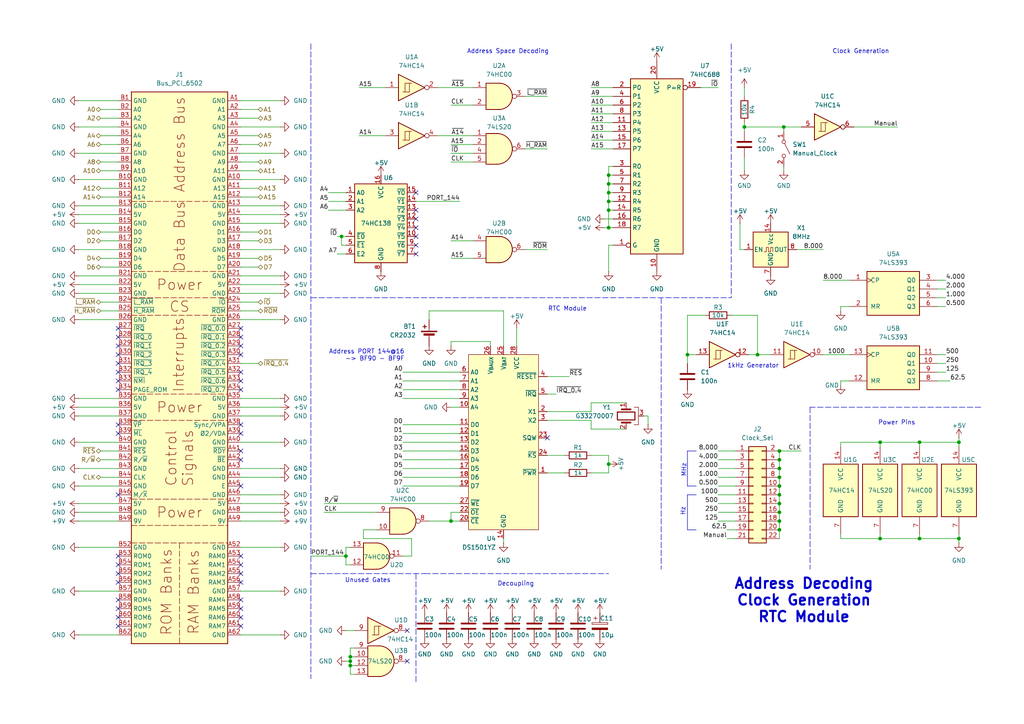
<source format=kicad_sch>
(kicad_sch (version 20231120) (generator "eeschema") (generator_version "8.0")
  (paper "A4")
  (title_block (title "S65xx Computer System") (date "2024-06-30") (rev "1.0") (company "Synthron"))
  (junction (at 278.13 156.21))
  (junction (at 226.06 146.05))
  (junction (at 226.06 153.67))
  (junction (at 266.7 128.27))
  (junction (at 226.06 135.89))
  (junction (at 199.39 102.87))
  (junction (at 176.53 58.42))
  (junction (at 226.06 140.97))
  (junction (at 226.06 133.35))
  (junction (at 176.53 53.34))
  (junction (at 130.81 151.13))
  (junction (at 176.53 66.04))
  (junction (at 176.53 60.96))
  (junction (at 101.6 191.77))
  (junction (at 226.06 151.13))
  (junction (at 226.06 148.59))
  (junction (at 226.06 143.51))
  (junction (at 255.27 156.21))
  (junction (at 219.71 102.87))
  (junction (at 176.53 55.88))
  (junction (at 99.06 68.58))
  (junction (at 226.06 138.43))
  (junction (at 215.9 36.83))
  (junction (at 176.53 50.8))
  (junction (at 278.13 128.27))
  (junction (at 226.06 130.81))
  (junction (at 255.27 128.27))
  (junction (at 227.33 36.83))
  (junction (at 101.6 193.04))
  (junction (at 266.7 156.21))
  (junction (at 101.6 190.5))
  (junction (at 100.33 161.29))
  (junction (at 176.53 134.62))
  (no_connect (at 34.29 102.87))
  (no_connect (at 69.85 123.19))
  (no_connect (at 34.29 173.99))
  (no_connect (at 34.29 105.41))
  (no_connect (at 69.85 173.99))
  (no_connect (at 34.29 181.61))
  (no_connect (at 69.85 110.49))
  (no_connect (at 69.85 179.07))
  (no_connect (at 34.29 166.37))
  (no_connect (at 34.29 161.29))
  (no_connect (at 34.29 163.83))
  (no_connect (at 69.85 168.91))
  (no_connect (at 69.85 130.81))
  (no_connect (at 69.85 95.25))
  (no_connect (at 34.29 100.33))
  (no_connect (at 34.29 110.49))
  (no_connect (at 34.29 143.51))
  (no_connect (at 34.29 113.03))
  (no_connect (at 69.85 102.87))
  (no_connect (at 69.85 107.95))
  (no_connect (at 120.65 63.5))
  (no_connect (at 34.29 179.07))
  (no_connect (at 120.65 73.66))
  (no_connect (at 34.29 125.73))
  (no_connect (at 34.29 95.25))
  (no_connect (at 34.29 168.91))
  (no_connect (at 69.85 125.73))
  (no_connect (at 69.85 140.97))
  (no_connect (at 69.85 97.79))
  (no_connect (at 69.85 163.83))
  (no_connect (at 69.85 166.37))
  (no_connect (at 120.65 68.58))
  (no_connect (at 69.85 176.53))
  (no_connect (at 69.85 133.35))
  (no_connect (at 69.85 161.29))
  (no_connect (at 69.85 100.33))
  (no_connect (at 69.85 181.61))
  (no_connect (at 34.29 107.95))
  (no_connect (at 118.11 191.77))
  (no_connect (at 69.85 113.03))
  (no_connect (at 120.65 55.88))
  (no_connect (at 120.65 71.12))
  (no_connect (at 34.29 176.53))
  (no_connect (at 158.75 127))
  (no_connect (at 34.29 97.79))
  (no_connect (at 34.29 123.19))
  (no_connect (at 118.11 182.88))
  (no_connect (at 120.65 66.04))
  (no_connect (at 120.65 60.96))
  (polyline (pts (xy 120.65 166.37) (xy 120.65 198.12)) (stroke (width 0) (type dash)))
  (wire (pts (xy 74.93 31.75) (xy 69.85 31.75)))
  (wire (pts (xy 81.28 29.21) (xy 69.85 29.21)))
  (wire (pts (xy 177.8 63.5) (xy 175.26 63.5)))
  (wire (pts (xy 81.28 138.43) (xy 69.85 138.43)))
  (wire (pts (xy 210.82 153.67) (xy 213.36 153.67)))
  (wire (pts (xy 81.28 52.07) (xy 69.85 52.07)))
  (wire (pts (xy 208.28 148.59) (xy 213.36 148.59)))
  (wire (pts (xy 171.45 35.56) (xy 177.8 35.56)))
  (wire (pts (xy 22.86 140.97) (xy 34.29 140.97)))
  (wire (pts (xy 81.28 148.59) (xy 69.85 148.59)))
  (wire (pts (xy 105.41 153.67) (xy 109.22 153.67)))
  (wire (pts (xy 105.41 156.21) (xy 105.41 153.67)))
  (wire (pts (xy 81.28 82.55) (xy 69.85 82.55)))
  (wire (pts (xy 204.47 91.44) (xy 199.39 91.44)))
  (wire (pts (xy 74.93 34.29) (xy 69.85 34.29)))
  (wire (pts (xy 171.45 27.94) (xy 177.8 27.94)))
  (wire (pts (xy 266.7 154.94) (xy 266.7 156.21)))
  (wire (pts (xy 29.21 34.29) (xy 34.29 34.29)))
  (polyline (pts (xy 212.09 12.7) (xy 212.09 86.36)) (stroke (width 0) (type dash)))
  (wire (pts (xy 130.81 148.59) (xy 130.81 151.13)))
  (polyline (pts (xy 234.95 118.11) (xy 234.95 165.1)) (stroke (width 0) (type dash)))
  (wire (pts (xy 81.28 92.71) (xy 69.85 92.71)))
  (wire (pts (xy 99.06 71.12) (xy 99.06 68.58)))
  (wire (pts (xy 226.06 133.35) (xy 226.06 135.89)))
  (wire (pts (xy 163.83 132.08) (xy 158.75 132.08)))
  (wire (pts (xy 199.39 102.87) (xy 199.39 105.41)))
  (wire (pts (xy 208.28 143.51) (xy 213.36 143.51)))
  (wire (pts (xy 29.21 41.91) (xy 34.29 41.91)))
  (wire (pts (xy 163.83 137.16) (xy 158.75 137.16)))
  (polyline (pts (xy 90.17 12.7) (xy 90.17 196.85)) (stroke (width 0) (type dash)))
  (wire (pts (xy 29.21 31.75) (xy 34.29 31.75)))
  (wire (pts (xy 101.6 191.77) (xy 101.6 193.04)))
  (wire (pts (xy 243.84 88.9) (xy 246.38 88.9)))
  (polyline (pts (xy 201.93 143.51) (xy 199.39 143.51)))
  (wire (pts (xy 116.84 128.27) (xy 133.35 128.27)))
  (wire (pts (xy 74.93 39.37) (xy 69.85 39.37)))
  (wire (pts (xy 102.87 182.88) (xy 100.33 182.88)))
  (wire (pts (xy 93.98 146.05) (xy 133.35 146.05)))
  (wire (pts (xy 81.28 143.51) (xy 69.85 143.51)))
  (wire (pts (xy 208.28 130.81) (xy 213.36 130.81)))
  (wire (pts (xy 130.81 74.93) (xy 137.16 74.93)))
  (wire (pts (xy 100.33 163.83) (xy 100.33 161.29)))
  (wire (pts (xy 215.9 49.53) (xy 215.9 45.72)))
  (wire (pts (xy 238.76 102.87) (xy 246.38 102.87)))
  (wire (pts (xy 29.21 138.43) (xy 34.29 138.43)))
  (wire (pts (xy 255.27 128.27) (xy 243.84 128.27)))
  (wire (pts (xy 177.8 55.88) (xy 176.53 55.88)))
  (wire (pts (xy 165.1 109.22) (xy 158.75 109.22)))
  (wire (pts (xy 215.9 36.83) (xy 227.33 36.83)))
  (wire (pts (xy 101.6 193.04) (xy 101.6 195.58)))
  (wire (pts (xy 104.14 39.37) (xy 111.76 39.37)))
  (wire (pts (xy 278.13 154.94) (xy 278.13 156.21)))
  (wire (pts (xy 243.84 156.21) (xy 255.27 156.21)))
  (wire (pts (xy 243.84 90.17) (xy 243.84 88.9)))
  (wire (pts (xy 81.28 184.15) (xy 69.85 184.15)))
  (wire (pts (xy 74.93 57.15) (xy 69.85 57.15)))
  (wire (pts (xy 146.05 90.17) (xy 146.05 100.33)))
  (wire (pts (xy 81.28 171.45) (xy 69.85 171.45)))
  (wire (pts (xy 130.81 69.85) (xy 137.16 69.85)))
  (wire (pts (xy 208.28 146.05) (xy 213.36 146.05)))
  (wire (pts (xy 81.28 62.23) (xy 69.85 62.23)))
  (wire (pts (xy 176.53 53.34) (xy 176.53 55.88)))
  (wire (pts (xy 208.28 140.97) (xy 213.36 140.97)))
  (wire (pts (xy 133.35 151.13) (xy 130.81 151.13)))
  (wire (pts (xy 226.06 153.67) (xy 226.06 156.21)))
  (wire (pts (xy 74.93 67.31) (xy 69.85 67.31)))
  (polyline (pts (xy 90.17 86.36) (xy 212.09 86.36)) (stroke (width 0) (type dash)))
  (wire (pts (xy 274.32 88.9) (xy 271.78 88.9)))
  (wire (pts (xy 124.46 92.71) (xy 124.46 90.17)))
  (wire (pts (xy 81.28 80.01) (xy 69.85 80.01)))
  (wire (pts (xy 133.35 118.11) (xy 130.81 118.11)))
  (polyline (pts (xy 199.39 143.51) (xy 199.39 153.67)))
  (wire (pts (xy 100.33 158.75) (xy 101.6 158.75)))
  (wire (pts (xy 74.93 69.85) (xy 69.85 69.85)))
  (wire (pts (xy 137.16 46.99) (xy 130.81 46.99)))
  (wire (pts (xy 102.87 193.04) (xy 101.6 193.04)))
  (wire (pts (xy 171.45 40.64) (xy 177.8 40.64)))
  (wire (pts (xy 74.93 77.47) (xy 69.85 77.47)))
  (wire (pts (xy 177.8 53.34) (xy 176.53 53.34)))
  (wire (pts (xy 243.84 128.27) (xy 243.84 129.54)))
  (wire (pts (xy 22.86 120.65) (xy 34.29 120.65)))
  (wire (pts (xy 22.86 80.01) (xy 34.29 80.01)))
  (wire (pts (xy 274.32 81.28) (xy 271.78 81.28)))
  (wire (pts (xy 74.93 105.41) (xy 69.85 105.41)))
  (wire (pts (xy 29.21 49.53) (xy 34.29 49.53)))
  (wire (pts (xy 146.05 156.21) (xy 146.05 157.48)))
  (polyline (pts (xy 284.48 118.11) (xy 234.95 118.11)) (stroke (width 0) (type dash)))
  (wire (pts (xy 104.14 25.4) (xy 111.76 25.4)))
  (wire (pts (xy 215.9 36.83) (xy 215.9 38.1)))
  (wire (pts (xy 116.84 123.19) (xy 133.35 123.19)))
  (wire (pts (xy 74.93 41.91) (xy 69.85 41.91)))
  (wire (pts (xy 81.28 115.57) (xy 69.85 115.57)))
  (wire (pts (xy 29.21 54.61) (xy 34.29 54.61)))
  (wire (pts (xy 137.16 41.91) (xy 130.81 41.91)))
  (wire (pts (xy 29.21 77.47) (xy 34.29 77.47)))
  (wire (pts (xy 101.6 195.58) (xy 102.87 195.58)))
  (wire (pts (xy 29.21 130.81) (xy 34.29 130.81)))
  (wire (pts (xy 226.06 148.59) (xy 226.06 151.13)))
  (wire (pts (xy 176.53 55.88) (xy 176.53 58.42)))
  (wire (pts (xy 226.06 143.51) (xy 226.06 146.05)))
  (wire (pts (xy 95.25 60.96) (xy 100.33 60.96)))
  (wire (pts (xy 81.28 135.89) (xy 69.85 135.89)))
  (wire (pts (xy 227.33 48.26) (xy 227.33 49.53)))
  (wire (pts (xy 226.06 130.81) (xy 232.41 130.81)))
  (wire (pts (xy 133.35 58.42) (xy 120.65 58.42)))
  (wire (pts (xy 101.6 163.83) (xy 100.33 163.83)))
  (wire (pts (xy 231.14 72.39) (xy 238.76 72.39)))
  (wire (pts (xy 116.84 110.49) (xy 133.35 110.49)))
  (wire (pts (xy 116.84 138.43) (xy 133.35 138.43)))
  (wire (pts (xy 215.9 25.4) (xy 215.9 27.94)))
  (wire (pts (xy 22.86 184.15) (xy 34.29 184.15)))
  (wire (pts (xy 81.28 151.13) (xy 69.85 151.13)))
  (wire (pts (xy 22.86 115.57) (xy 34.29 115.57)))
  (wire (pts (xy 130.81 99.06) (xy 142.24 99.06)))
  (wire (pts (xy 278.13 128.27) (xy 266.7 128.27)))
  (wire (pts (xy 217.17 102.87) (xy 219.71 102.87)))
  (wire (pts (xy 74.93 54.61) (xy 69.85 54.61)))
  (wire (pts (xy 81.28 146.05) (xy 69.85 146.05)))
  (wire (pts (xy 243.84 154.94) (xy 243.84 156.21)))
  (wire (pts (xy 266.7 156.21) (xy 278.13 156.21)))
  (wire (pts (xy 130.81 30.48) (xy 137.16 30.48)))
  (wire (pts (xy 210.82 156.21) (xy 213.36 156.21)))
  (wire (pts (xy 171.45 116.84) (xy 181.61 116.84)))
  (wire (pts (xy 116.84 130.81) (xy 133.35 130.81)))
  (wire (pts (xy 81.28 64.77) (xy 69.85 64.77)))
  (wire (pts (xy 116.84 140.97) (xy 133.35 140.97)))
  (wire (pts (xy 22.86 171.45) (xy 34.29 171.45)))
  (wire (pts (xy 100.33 161.29) (xy 100.33 158.75)))
  (wire (pts (xy 199.39 91.44) (xy 199.39 102.87)))
  (wire (pts (xy 219.71 102.87) (xy 223.52 102.87)))
  (wire (pts (xy 22.86 36.83) (xy 34.29 36.83)))
  (wire (pts (xy 212.09 91.44) (xy 219.71 91.44)))
  (wire (pts (xy 275.59 110.49) (xy 271.78 110.49)))
  (wire (pts (xy 100.33 71.12) (xy 99.06 71.12)))
  (wire (pts (xy 22.86 158.75) (xy 34.29 158.75)))
  (wire (pts (xy 176.53 78.74) (xy 176.53 71.12)))
  (wire (pts (xy 116.84 113.03) (xy 133.35 113.03)))
  (wire (pts (xy 255.27 128.27) (xy 255.27 129.54)))
  (wire (pts (xy 81.28 120.65) (xy 69.85 120.65)))
  (wire (pts (xy 116.84 135.89) (xy 133.35 135.89)))
  (wire (pts (xy 246.38 81.28) (xy 238.76 81.28)))
  (wire (pts (xy 243.84 110.49) (xy 246.38 110.49)))
  (wire (pts (xy 176.53 134.62) (xy 176.53 132.08)))
  (wire (pts (xy 74.93 49.53) (xy 69.85 49.53)))
  (wire (pts (xy 278.13 127) (xy 278.13 128.27)))
  (wire (pts (xy 158.75 119.38) (xy 171.45 119.38)))
  (wire (pts (xy 130.81 151.13) (xy 124.46 151.13)))
  (wire (pts (xy 247.65 36.83) (xy 260.35 36.83)))
  (wire (pts (xy 171.45 124.46) (xy 181.61 124.46)))
  (wire (pts (xy 274.32 105.41) (xy 271.78 105.41)))
  (wire (pts (xy 22.86 135.89) (xy 34.29 135.89)))
  (wire (pts (xy 266.7 128.27) (xy 266.7 129.54)))
  (wire (pts (xy 215.9 35.56) (xy 215.9 36.83)))
  (wire (pts (xy 274.32 86.36) (xy 271.78 86.36)))
  (wire (pts (xy 133.35 148.59) (xy 130.81 148.59)))
  (wire (pts (xy 124.46 90.17) (xy 146.05 90.17)))
  (wire (pts (xy 22.86 146.05) (xy 34.29 146.05)))
  (wire (pts (xy 22.86 151.13) (xy 34.29 151.13)))
  (wire (pts (xy 22.86 82.55) (xy 34.29 82.55)))
  (wire (pts (xy 81.28 128.27) (xy 69.85 128.27)))
  (wire (pts (xy 161.29 114.3) (xy 158.75 114.3)))
  (wire (pts (xy 152.4 27.94) (xy 158.75 27.94)))
  (wire (pts (xy 177.8 66.04) (xy 176.53 66.04)))
  (polyline (pts (xy 90.17 166.37) (xy 123.19 166.37)) (stroke (width 0) (type dash)))
  (wire (pts (xy 226.06 151.13) (xy 226.06 153.67)))
  (wire (pts (xy 177.8 60.96) (xy 176.53 60.96)))
  (wire (pts (xy 176.53 132.08) (xy 171.45 132.08)))
  (wire (pts (xy 22.86 85.09) (xy 34.29 85.09)))
  (wire (pts (xy 22.86 72.39) (xy 34.29 72.39)))
  (wire (pts (xy 226.06 138.43) (xy 226.06 140.97)))
  (wire (pts (xy 95.25 55.88) (xy 100.33 55.88)))
  (wire (pts (xy 274.32 107.95) (xy 271.78 107.95)))
  (polyline (pts (xy 191.77 86.36) (xy 191.77 165.1)) (stroke (width 0) (type dash)))
  (wire (pts (xy 101.6 191.77) (xy 100.33 191.77)))
  (wire (pts (xy 116.84 125.73) (xy 133.35 125.73)))
  (wire (pts (xy 101.6 190.5) (xy 101.6 191.77)))
  (wire (pts (xy 29.21 87.63) (xy 34.29 87.63)))
  (wire (pts (xy 102.87 190.5) (xy 101.6 190.5)))
  (wire (pts (xy 22.86 62.23) (xy 34.29 62.23)))
  (wire (pts (xy 176.53 58.42) (xy 176.53 60.96)))
  (wire (pts (xy 171.45 25.4) (xy 177.8 25.4)))
  (wire (pts (xy 214.63 64.77) (xy 214.63 72.39)))
  (wire (pts (xy 158.75 43.18) (xy 152.4 43.18)))
  (wire (pts (xy 274.32 83.82) (xy 271.78 83.82)))
  (wire (pts (xy 22.86 148.59) (xy 34.29 148.59)))
  (wire (pts (xy 22.86 128.27) (xy 34.29 128.27)))
  (wire (pts (xy 81.28 158.75) (xy 69.85 158.75)))
  (wire (pts (xy 102.87 187.96) (xy 101.6 187.96)))
  (wire (pts (xy 171.45 119.38) (xy 171.45 116.84)))
  (wire (pts (xy 274.32 102.87) (xy 271.78 102.87)))
  (wire (pts (xy 149.86 95.25) (xy 149.86 100.33)))
  (wire (pts (xy 29.21 57.15) (xy 34.29 57.15)))
  (wire (pts (xy 171.45 33.02) (xy 177.8 33.02)))
  (wire (pts (xy 22.86 92.71) (xy 34.29 92.71)))
  (wire (pts (xy 74.93 87.63) (xy 69.85 87.63)))
  (wire (pts (xy 243.84 111.76) (xy 243.84 110.49)))
  (wire (pts (xy 171.45 43.18) (xy 177.8 43.18)))
  (wire (pts (xy 226.06 130.81) (xy 226.06 133.35)))
  (wire (pts (xy 22.86 59.69) (xy 34.29 59.69)))
  (wire (pts (xy 74.93 74.93) (xy 69.85 74.93)))
  (wire (pts (xy 137.16 39.37) (xy 127 39.37)))
  (wire (pts (xy 227.33 36.83) (xy 227.33 38.1)))
  (wire (pts (xy 142.24 99.06) (xy 142.24 100.33)))
  (wire (pts (xy 176.53 60.96) (xy 176.53 66.04)))
  (wire (pts (xy 266.7 128.27) (xy 255.27 128.27)))
  (wire (pts (xy 116.84 115.57) (xy 133.35 115.57)))
  (polyline (pts (xy 201.93 140.97) (xy 199.39 140.97)))
  (wire (pts (xy 99.06 68.58) (xy 97.79 68.58)))
  (wire (pts (xy 177.8 58.42) (xy 176.53 58.42)))
  (wire (pts (xy 74.93 46.99) (xy 69.85 46.99)))
  (wire (pts (xy 116.84 161.29) (xy 119.38 161.29)))
  (wire (pts (xy 278.13 128.27) (xy 278.13 129.54)))
  (wire (pts (xy 208.28 151.13) (xy 213.36 151.13)))
  (wire (pts (xy 22.86 118.11) (xy 34.29 118.11)))
  (wire (pts (xy 95.25 58.42) (xy 100.33 58.42)))
  (wire (pts (xy 208.28 133.35) (xy 213.36 133.35)))
  (wire (pts (xy 208.28 135.89) (xy 213.36 135.89)))
  (wire (pts (xy 177.8 50.8) (xy 176.53 50.8)))
  (wire (pts (xy 100.33 73.66) (xy 97.79 73.66)))
  (wire (pts (xy 29.21 90.17) (xy 34.29 90.17)))
  (wire (pts (xy 29.21 69.85) (xy 34.29 69.85)))
  (wire (pts (xy 214.63 72.39) (xy 215.9 72.39)))
  (wire (pts (xy 119.38 156.21) (xy 105.41 156.21)))
  (wire (pts (xy 176.53 48.26) (xy 176.53 50.8)))
  (wire (pts (xy 208.28 25.4) (xy 203.2 25.4)))
  (polyline (pts (xy 199.39 153.67) (xy 201.93 153.67)))
  (wire (pts (xy 199.39 102.87) (xy 201.93 102.87)))
  (wire (pts (xy 116.84 133.35) (xy 133.35 133.35)))
  (wire (pts (xy 29.21 67.31) (xy 34.29 67.31)))
  (wire (pts (xy 90.17 161.29) (xy 100.33 161.29)))
  (wire (pts (xy 176.53 137.16) (xy 171.45 137.16)))
  (wire (pts (xy 22.86 64.77) (xy 34.29 64.77)))
  (wire (pts (xy 187.96 123.19) (xy 187.96 120.65)))
  (wire (pts (xy 93.98 148.59) (xy 109.22 148.59)))
  (wire (pts (xy 171.45 38.1) (xy 177.8 38.1)))
  (polyline (pts (xy 199.39 140.97) (xy 199.39 130.81)))
  (wire (pts (xy 130.81 100.33) (xy 130.81 99.06)))
  (polyline (pts (xy 199.39 130.81) (xy 201.93 130.81)))
  (wire (pts (xy 208.28 138.43) (xy 213.36 138.43)))
  (wire (pts (xy 152.4 72.39) (xy 158.75 72.39)))
  (wire (pts (xy 74.93 90.17) (xy 69.85 90.17)))
  (wire (pts (xy 158.75 121.92) (xy 171.45 121.92)))
  (wire (pts (xy 187.96 120.65) (xy 186.69 120.65)))
  (wire (pts (xy 227.33 36.83) (xy 232.41 36.83)))
  (wire (pts (xy 119.38 161.29) (xy 119.38 156.21)))
  (wire (pts (xy 176.53 134.62) (xy 176.53 137.16)))
  (wire (pts (xy 81.28 59.69) (xy 69.85 59.69)))
  (wire (pts (xy 176.53 71.12) (xy 177.8 71.12)))
  (wire (pts (xy 29.21 46.99) (xy 34.29 46.99)))
  (wire (pts (xy 100.33 68.58) (xy 99.06 68.58)))
  (wire (pts (xy 226.06 140.97) (xy 226.06 143.51)))
  (wire (pts (xy 29.21 74.93) (xy 34.29 74.93)))
  (wire (pts (xy 226.06 146.05) (xy 226.06 148.59)))
  (wire (pts (xy 177.8 48.26) (xy 176.53 48.26)))
  (wire (pts (xy 101.6 187.96) (xy 101.6 190.5)))
  (wire (pts (xy 29.21 39.37) (xy 34.29 39.37)))
  (wire (pts (xy 137.16 25.4) (xy 127 25.4)))
  (wire (pts (xy 22.86 44.45) (xy 34.29 44.45)))
  (polyline (pts (xy 123.19 166.37) (xy 176.53 166.37)) (stroke (width 0) (type dash)))
  (wire (pts (xy 226.06 135.89) (xy 226.06 138.43)))
  (wire (pts (xy 171.45 30.48) (xy 177.8 30.48)))
  (wire (pts (xy 176.53 50.8) (xy 176.53 53.34)))
  (wire (pts (xy 29.21 133.35) (xy 34.29 133.35)))
  (wire (pts (xy 22.86 29.21) (xy 34.29 29.21)))
  (wire (pts (xy 278.13 156.21) (xy 278.13 157.48)))
  (wire (pts (xy 137.16 44.45) (xy 130.81 44.45)))
  (wire (pts (xy 81.28 36.83) (xy 69.85 36.83)))
  (wire (pts (xy 255.27 154.94) (xy 255.27 156.21)))
  (wire (pts (xy 81.28 72.39) (xy 69.85 72.39)))
  (wire (pts (xy 81.28 118.11) (xy 69.85 118.11)))
  (wire (pts (xy 219.71 91.44) (xy 219.71 102.87)))
  (wire (pts (xy 176.53 66.04) (xy 175.26 66.04)))
  (wire (pts (xy 81.28 85.09) (xy 69.85 85.09)))
  (wire (pts (xy 116.84 107.95) (xy 133.35 107.95)))
  (wire (pts (xy 81.28 44.45) (xy 69.85 44.45)))
  (wire (pts (xy 22.86 52.07) (xy 34.29 52.07)))
  (wire (pts (xy 255.27 156.21) (xy 266.7 156.21)))
  (wire (pts (xy 171.45 121.92) (xy 171.45 124.46)))
  (text "Clock Generation" (at 249.682 14.986 0) (effects (font (size 1.27 1.27))))
  (text "1kHz Generator" (at 218.44 106.172 0) (effects (font (size 1.27 1.27))))
  (text "RTC Module" (at 164.592 89.662 0) (effects (font (size 1.27 1.27))))
  (text "Address Decoding\nClock Generation\nRTC Module" (at 233.172 174.244 0) (effects (font (size 3 3) (thickness 0.6) (bold yes))))
  (text "Power Pins" (at 260.096 122.682 0) (effects (font (size 1.27 1.27))))
  (text "Hz" (at 198.12 148.336 90) (effects (font (size 1.27 1.27))))
  (text "Address Space Decoding" (at 147.32 14.986 0) (effects (font (size 1.27 1.27))))
  (text "MHz" (at 198.374 136.398 90) (effects (font (size 1.27 1.27))))
  (text "Unused Gates" (at 106.68 168.402 0) (effects (font (size 1.27 1.27))))
  (text "Address PORT 144@16\n-> BF90 - BF9F" (at 117.348 103.124 0) (effects (font (size 1.27 1.27)) (justify right)))
  (text "Decoupling" (at 149.606 169.418 0) (effects (font (size 1.27 1.27))))
  (label "1000" (at 208.28 143.51 180))
  (label "~{ROM}" (at 158.75 72.39 180))
  (label "~{L_RAM}" (at 158.75 27.94 180))
  (label "2.000" (at 274.32 83.82 0))
  (label "8.000" (at 208.28 130.81 180))
  (label "CLK" (at 130.81 46.99 0))
  (label "Manual" (at 210.82 156.21 180))
  (label "2.000" (at 208.28 135.89 180))
  (label "1000" (at 245.11 102.87 180))
  (label "A15" (at 171.45 43.18 0))
  (label "A8" (at 171.45 25.4 0))
  (label "A2" (at 116.84 113.03 180))
  (label "CLK" (at 130.81 30.48 0))
  (label "125" (at 274.32 107.95 0))
  (label "~{IO}" (at 130.81 44.45 0))
  (label "A15" (at 130.81 74.93 0))
  (label "A5" (at 95.25 58.42 180))
  (label "A12" (at 171.45 35.56 0))
  (label "8.000" (at 238.76 81.28 0))
  (label "A13" (at 171.45 38.1 0))
  (label "D0" (at 116.84 123.19 180))
  (label "CLK" (at 93.98 148.59 0))
  (label "250" (at 208.28 148.59 180))
  (label "62.5" (at 210.82 153.67 180))
  (label "A15" (at 104.14 25.4 0))
  (label "500" (at 208.28 146.05 180))
  (label "Manual" (at 260.35 36.83 180))
  (label "~{RES}" (at 165.1 109.22 0))
  (label "A6" (at 95.25 60.96 180))
  (label "D4" (at 116.84 133.35 180))
  (label "A14" (at 130.81 69.85 0))
  (label "D2" (at 116.84 128.27 180))
  (label "8.000" (at 238.76 72.39 180))
  (label "PORT_144" (at 90.17 161.29 0))
  (label "PORT_144" (at 133.35 58.42 180))
  (label "A15" (at 130.81 41.91 0))
  (label "A3" (at 116.84 115.57 180))
  (label "0.500" (at 208.28 140.97 180))
  (label "R{slash}~{W}" (at 93.98 146.05 0))
  (label "A0" (at 116.84 107.95 180))
  (label "D1" (at 116.84 125.73 180))
  (label "~{IO}" (at 97.79 68.58 180))
  (label "~{H_RAM}" (at 158.75 43.18 180))
  (label "D3" (at 116.84 130.81 180))
  (label "CLK" (at 232.41 130.81 180))
  (label "125" (at 208.28 151.13 180))
  (label "4.000" (at 208.28 133.35 180))
  (label "~{IO}" (at 208.28 25.4 180))
  (label "A11" (at 171.45 33.02 0))
  (label "A9" (at 171.45 27.94 0))
  (label "250" (at 274.32 105.41 0))
  (label "A7" (at 97.79 73.66 180))
  (label "A14" (at 104.14 39.37 0))
  (label "A10" (at 171.45 30.48 0))
  (label "A4" (at 95.25 55.88 180))
  (label "~{A15}" (at 134.62 25.4 180))
  (label "D6" (at 116.84 138.43 180))
  (label "500" (at 274.32 102.87 0))
  (label "~{A14}" (at 134.62 39.37 180))
  (label "A1" (at 116.84 110.49 180))
  (label "A14" (at 171.45 40.64 0))
  (label "1.000" (at 274.32 86.36 0))
  (label "4.000" (at 274.32 81.28 0))
  (label "~{IRQ_0.4}" (at 161.29 114.3 0))
  (label "D7" (at 116.84 140.97 180))
  (label "0.500" (at 274.32 88.9 0))
  (label "62.5" (at 275.59 110.49 0))
  (label "D5" (at 116.84 135.89 180))
  (label "1.000" (at 208.28 138.43 180))
  (hierarchical_label "D7" (shape bidirectional) (at 74.93 77.47 0))
  (hierarchical_label "CLK" (shape bidirectional) (at 29.21 138.43 180))
  (hierarchical_label "A0" (shape bidirectional) (at 29.21 31.75 180))
  (hierarchical_label "A14" (shape bidirectional) (at 29.21 57.15 180))
  (hierarchical_label "~{H_RAM}" (shape bidirectional) (at 29.21 90.17 180))
  (hierarchical_label "A15" (shape bidirectional) (at 74.93 57.15 0))
  (hierarchical_label "D0" (shape bidirectional) (at 29.21 67.31 180))
  (hierarchical_label "A7" (shape bidirectional) (at 74.93 41.91 0))
  (hierarchical_label "A4" (shape bidirectional) (at 29.21 39.37 180))
  (hierarchical_label "A11" (shape bidirectional) (at 74.93 49.53 0))
  (hierarchical_label "A13" (shape bidirectional) (at 74.93 54.61 0))
  (hierarchical_label "A1" (shape bidirectional) (at 74.93 31.75 0))
  (hierarchical_label "A6" (shape bidirectional) (at 29.21 41.91 180))
  (hierarchical_label "A2" (shape bidirectional) (at 29.21 34.29 180))
  (hierarchical_label "A8" (shape bidirectional) (at 29.21 46.99 180))
  (hierarchical_label "D6" (shape bidirectional) (at 29.21 77.47 180))
  (hierarchical_label "D5" (shape bidirectional) (at 74.93 74.93 0))
  (hierarchical_label "A3" (shape bidirectional) (at 74.93 34.29 0))
  (hierarchical_label "~{L_RAM}" (shape bidirectional) (at 29.21 87.63 180))
  (hierarchical_label "D3" (shape bidirectional) (at 74.93 69.85 0))
  (hierarchical_label "R{slash}~{W}" (shape bidirectional) (at 29.21 133.35 180))
  (hierarchical_label "~{IO}" (shape bidirectional) (at 74.93 87.63 0))
  (hierarchical_label "A10" (shape bidirectional) (at 29.21 49.53 180))
  (hierarchical_label "A5" (shape bidirectional) (at 74.93 39.37 0))
  (hierarchical_label "A12" (shape bidirectional) (at 29.21 54.61 180))
  (hierarchical_label "~{ROM}" (shape bidirectional) (at 74.93 90.17 0))
  (hierarchical_label "A9" (shape bidirectional) (at 74.93 46.99 0))
  (hierarchical_label "~{IRQ_0.4}" (shape bidirectional) (at 74.93 105.41 0))
  (hierarchical_label "D2" (shape bidirectional) (at 29.21 69.85 180))
  (hierarchical_label "~{RES}" (shape bidirectional) (at 29.21 130.81 180))
  (hierarchical_label "D1" (shape bidirectional) (at 74.93 67.31 0))
  (hierarchical_label "D4" (shape bidirectional) (at 29.21 74.93 180))
  (symbol (lib_id "power:GND") (at 81.28 29.21 90) (mirror x) (unit 1)
    (property "Reference" "#PWR05" (effects (hide yes)))
    (property "Value" "GND" (at 85.09 29.2099 90) (effects (justify right)))
    (property "Description" "Power symbol creates a global label with name \"GND\" , ground" (effects (hide yes)))
  )
  (symbol (lib_id "power:+9V") (at 22.86 151.13 90) (unit 1)
    (property "Reference" "#PWR064" (effects (hide yes)))
    (property "Value" "+9V" (at 19.05 151.1299 90) (effects (justify left)))
    (property "Description" "Power symbol creates a global label with name \"+9V\"" (effects (hide yes)))
  )
  (symbol (lib_id "74xx:74HC14") (at 110.49 182.88 0) (unit 4)
    (property "Reference" "U1" (at 116.332 179.832 0))
    (property "Value" "74HC14" (at 116.078 185.42 0))
    (property "Footprint" "Package_DIP:DIP-14_W7.62mm_LongPads" (effects (hide yes)))
    (property "Datasheet" "http://www.ti.com/lit/gpn/sn74HC14" (effects (hide yes)))
    (property "Description" "Hex inverter schmitt trigger" (effects (hide yes)))
  )
  (symbol (lib_id "power:+5V") (at 214.63 64.77 0) (unit 1)
    (property "Reference" "#PWR022" (effects (hide yes)))
    (property "Value" "+5V" (at 214.63 61.214 0))
    (property "Description" "Power symbol creates a global label with name \"+5V\"" (effects (hide yes)))
  )
  (symbol (lib_id "power:+5V") (at 215.9 25.4 0) (unit 1)
    (property "Reference" "#PWR052" (effects (hide yes)))
    (property "Value" "+5V" (at 215.9 20.32 0))
    (property "Description" "Power symbol creates a global label with name \"+5V\"" (effects (hide yes)))
  )
  (symbol (lib_id "74xx:74LS20") (at 255.27 142.24 0) (unit 3)
    (property "Reference" "U3" (at 256.032 133.35 0) (effects (justify left)))
    (property "Value" "74LS20" (at 251.714 142.24 0) (effects (justify left)))
    (property "Footprint" "Package_DIP:DIP-14_W7.62mm_LongPads" (effects (hide yes)))
    (property "Datasheet" "http://www.ti.com/lit/gpn/sn74LS20" (effects (hide yes)))
    (property "Description" "Dual 4-input NAND" (effects (hide yes)))
  )
  (symbol (lib_id "power:GND") (at 167.64 185.42 0) (unit 1)
    (property "Reference" "#PWR092" (effects (hide yes)))
    (property "Value" "GND" (at 167.64 189.738 0))
    (property "Description" "Power symbol creates a global label with name \"GND\" , ground" (effects (hide yes)))
  )
  (symbol (lib_id "power:+5V") (at 161.29 177.8 0) (unit 1)
    (property "Reference" "#PWR085" (effects (hide yes)))
    (property "Value" "+5V" (at 161.29 174.244 0))
    (property "Description" "Power symbol creates a global label with name \"+5V\"" (effects (hide yes)))
  )
  (symbol (lib_id "74xx:74HC14") (at 243.84 142.24 0) (unit 7)
    (property "Reference" "U1" (at 244.602 133.35 0) (effects (justify left)))
    (property "Value" "74HC14" (at 240.284 142.24 0) (effects (justify left)))
    (property "Footprint" "Package_DIP:DIP-14_W7.62mm_LongPads" (effects (hide yes)))
    (property "Datasheet" "http://www.ti.com/lit/gpn/sn74HC14" (effects (hide yes)))
    (property "Description" "Hex inverter schmitt trigger" (effects (hide yes)))
  )
  (symbol (lib_id "Device:C") (at 167.64 181.61 0) (unit 1)
    (property "Reference" "C10" (at 167.64 179.578 0) (effects (justify left)))
    (property "Value" "100n" (at 167.64 184.15 0) (effects (justify left)))
    (property "Footprint" "Capacitor_SMD:C_0805_2012Metric" (effects (hide yes)))
    (property "Description" "Unpolarized capacitor" (effects (hide yes)))
  )
  (symbol (lib_id "power:GND") (at 22.86 171.45 270) (unit 1)
    (property "Reference" "#PWR081" (effects (hide yes)))
    (property "Value" "GND" (at 19.05 171.4499 90) (effects (justify right)))
    (property "Description" "Power symbol creates a global label with name \"GND\" , ground" (effects (hide yes)))
  )
  (symbol (lib_id "power:GND") (at 123.19 185.42 0) (unit 1)
    (property "Reference" "#PWR077" (effects (hide yes)))
    (property "Value" "GND" (at 123.19 189.738 0))
    (property "Description" "Power symbol creates a global label with name \"GND\" , ground" (effects (hide yes)))
  )
  (symbol (lib_id "power:+5V") (at 81.28 118.11 270) (mirror x) (unit 1)
    (property "Reference" "#PWR044" (effects (hide yes)))
    (property "Value" "+5V" (at 85.09 118.1099 90) (effects (justify left)))
    (property "Description" "Power symbol creates a global label with name \"+5V\"" (effects (hide yes)))
  )
  (symbol (lib_id "Device:Battery_Cell") (at 124.46 97.79 0) (mirror y) (unit 1)
    (property "Reference" "BT1" (at 120.65 94.6784 0) (effects (justify left)))
    (property "Value" "CR2032" (at 120.65 97.2184 0) (effects (justify left)))
    (property "Footprint" "Battery:BatteryHolder_Keystone_3002_1x2032" (effects (hide yes)))
    (property "Description" "Single-cell battery" (effects (hide yes)))
  )
  (symbol (lib_id "power:GND") (at 124.46 100.33 0) (mirror y) (unit 1)
    (property "Reference" "#PWR03" (effects (hide yes)))
    (property "Value" "GND" (at 124.46 105.41 0))
    (property "Description" "Power symbol creates a global label with name \"GND\" , ground" (effects (hide yes)))
  )
  (symbol (lib_id "power:GND") (at 22.86 115.57 270) (unit 1)
    (property "Reference" "#PWR041" (effects (hide yes)))
    (property "Value" "GND" (at 19.05 115.5699 90) (effects (justify right)))
    (property "Description" "Power symbol creates a global label with name \"GND\" , ground" (effects (hide yes)))
  )
  (symbol (lib_id "power:GND") (at 176.53 78.74 0) (mirror y) (unit 1)
    (property "Reference" "#PWR067" (effects (hide yes)))
    (property "Value" "GND" (at 176.53 83.82 0))
    (property "Description" "Power symbol creates a global label with name \"GND\" , ground" (effects (hide yes)))
  )
  (symbol (lib_id "Device:R") (at 215.9 31.75 0) (unit 1)
    (property "Reference" "R4" (at 218.186 31.75 90))
    (property "Value" "10k" (at 215.9 31.75 90))
    (property "Footprint" "Resistor_SMD:R_0805_2012Metric" (effects (hide yes)))
    (property "Description" "Resistor" (effects (hide yes)))
  )
  (symbol (lib_id "74xx:74LS393") (at 259.08 105.41 0) (unit 2)
    (property "Reference" "U5" (at 259.08 95.25 0))
    (property "Value" "74LS393" (at 259.08 97.79 0))
    (property "Footprint" "Package_DIP:DIP-14_W7.62mm_LongPads" (effects (hide yes)))
    (property "Datasheet" "74xx\\74LS393.pdf" (effects (hide yes)))
    (property "Description" "Dual BCD 4-bit counter" (effects (hide yes)))
  )
  (symbol (lib_id "Device:C") (at 154.94 181.61 0) (unit 1)
    (property "Reference" "C8" (at 154.94 179.578 0) (effects (justify left)))
    (property "Value" "100n" (at 154.94 184.15 0) (effects (justify left)))
    (property "Footprint" "Capacitor_SMD:C_0805_2012Metric" (effects (hide yes)))
    (property "Description" "Unpolarized capacitor" (effects (hide yes)))
  )
  (symbol (lib_id "power:GND") (at 148.59 185.42 0) (unit 1)
    (property "Reference" "#PWR089" (effects (hide yes)))
    (property "Value" "GND" (at 148.59 189.738 0))
    (property "Description" "Power symbol creates a global label with name \"GND\" , ground" (effects (hide yes)))
  )
  (symbol (lib_id "power:GND") (at 22.86 158.75 270) (unit 1)
    (property "Reference" "#PWR068" (effects (hide yes)))
    (property "Value" "GND" (at 19.05 158.7499 90) (effects (justify right)))
    (property "Description" "Power symbol creates a global label with name \"GND\" , ground" (effects (hide yes)))
  )
  (symbol (lib_id "74xx:74HC14") (at 119.38 39.37 0) (unit 2)
    (property "Reference" "U1" (at 119.38 30.48 0))
    (property "Value" "74HC14" (at 119.38 33.02 0))
    (property "Footprint" "Package_DIP:DIP-14_W7.62mm_LongPads" (effects (hide yes)))
    (property "Datasheet" "http://www.ti.com/lit/gpn/sn74HC14" (effects (hide yes)))
    (property "Description" "Hex inverter schmitt trigger" (effects (hide yes)))
  )
  (symbol (lib_id "power:GND") (at 81.28 44.45 90) (mirror x) (unit 1)
    (property "Reference" "#PWR010" (effects (hide yes)))
    (property "Value" "GND" (at 85.09 44.4499 90) (effects (justify right)))
    (property "Description" "Power symbol creates a global label with name \"GND\" , ground" (effects (hide yes)))
  )
  (symbol (lib_id "power:GND") (at 146.05 157.48 0) (mirror y) (unit 1)
    (property "Reference" "#PWR032" (effects (hide yes)))
    (property "Value" "GND" (at 146.05 162.56 0))
    (property "Description" "Power symbol creates a global label with name \"GND\" , ground" (effects (hide yes)))
  )
  (symbol (lib_id "Device:C") (at 148.59 181.61 0) (unit 1)
    (property "Reference" "C7" (at 148.59 179.578 0) (effects (justify left)))
    (property "Value" "100n" (at 148.59 184.15 0) (effects (justify left)))
    (property "Footprint" "Capacitor_SMD:C_0805_2012Metric" (effects (hide yes)))
    (property "Description" "Unpolarized capacitor" (effects (hide yes)))
  )
  (symbol (lib_id "power:GND") (at 81.28 80.01 90) (mirror x) (unit 1)
    (property "Reference" "#PWR029" (effects (hide yes)))
    (property "Value" "GND" (at 85.09 80.0099 90) (effects (justify right)))
    (property "Description" "Power symbol creates a global label with name \"GND\" , ground" (effects (hide yes)))
  )
  (symbol (lib_id "power:GND") (at 22.86 72.39 270) (unit 1)
    (property "Reference" "#PWR024" (effects (hide yes)))
    (property "Value" "GND" (at 19.05 72.3899 90) (effects (justify right)))
    (property "Description" "Power symbol creates a global label with name \"GND\" , ground" (effects (hide yes)))
  )
  (symbol (lib_id "power:GND") (at 81.28 59.69 90) (mirror x) (unit 1)
    (property "Reference" "#PWR016" (effects (hide yes)))
    (property "Value" "GND" (at 85.09 59.6899 90) (effects (justify right)))
    (property "Description" "Power symbol creates a global label with name \"GND\" , ground" (effects (hide yes)))
  )
  (symbol (lib_id "power:GND") (at 81.28 135.89 90) (mirror x) (unit 1)
    (property "Reference" "#PWR051" (effects (hide yes)))
    (property "Value" "GND" (at 85.09 135.8899 90) (effects (justify right)))
    (property "Description" "Power symbol creates a global label with name \"GND\" , ground" (effects (hide yes)))
  )
  (symbol (lib_id "power:GND") (at 161.29 185.42 0) (unit 1)
    (property "Reference" "#PWR091" (effects (hide yes)))
    (property "Value" "GND" (at 161.29 189.738 0))
    (property "Description" "Power symbol creates a global label with name \"GND\" , ground" (effects (hide yes)))
  )
  (symbol (lib_id "power:GND") (at 81.28 36.83 90) (mirror x) (unit 1)
    (property "Reference" "#PWR07" (effects (hide yes)))
    (property "Value" "GND" (at 85.09 36.8299 90) (effects (justify right)))
    (property "Description" "Power symbol creates a global label with name \"GND\" , ground" (effects (hide yes)))
  )
  (symbol (lib_id "power:GND") (at 243.84 90.17 0) (unit 1)
    (property "Reference" "#PWR040" (effects (hide yes)))
    (property "Value" "GND" (at 243.84 95.25 0))
    (property "Description" "Power symbol creates a global label with name \"GND\" , ground" (effects (hide yes)))
  )
  (symbol (lib_id "power:GND") (at 81.28 72.39 90) (mirror x) (unit 1)
    (property "Reference" "#PWR025" (effects (hide yes)))
    (property "Value" "GND" (at 85.09 72.3899 90) (effects (justify right)))
    (property "Description" "Power symbol creates a global label with name \"GND\" , ground" (effects (hide yes)))
  )
  (symbol (lib_id "power:+5V") (at 223.52 64.77 0) (unit 1)
    (property "Reference" "#PWR023" (effects (hide yes)))
    (property "Value" "+5V" (at 223.52 61.214 0))
    (property "Description" "Power symbol creates a global label with name \"+5V\"" (effects (hide yes)))
  )
  (symbol (lib_id "power:GND") (at 22.86 120.65 270) (unit 1)
    (property "Reference" "#PWR045" (effects (hide yes)))
    (property "Value" "GND" (at 19.05 120.6499 90) (effects (justify right)))
    (property "Description" "Power symbol creates a global label with name \"GND\" , ground" (effects (hide yes)))
  )
  (symbol (lib_id "power:+5V") (at 22.86 62.23 90) (unit 1)
    (property "Reference" "#PWR018" (effects (hide yes)))
    (property "Value" "+5V" (at 19.05 62.2299 90) (effects (justify left)))
    (property "Description" "Power symbol creates a global label with name \"+5V\"" (effects (hide yes)))
  )
  (symbol (lib_id "power:GND") (at 100.33 191.77 270) (mirror x) (unit 1)
    (property "Reference" "#PWR027" (effects (hide yes)))
    (property "Value" "GND" (at 96.52 191.7699 90) (effects (justify right)))
    (property "Description" "Power symbol creates a global label with name \"GND\" , ground" (effects (hide yes)))
  )
  (symbol (lib_id "74xx:74HC14") (at 231.14 102.87 0) (unit 5)
    (property "Reference" "U1" (at 231.14 93.98 0))
    (property "Value" "74HC14" (at 231.14 96.52 0))
    (property "Footprint" "Package_DIP:DIP-14_W7.62mm_LongPads" (effects (hide yes)))
    (property "Datasheet" "http://www.ti.com/lit/gpn/sn74HC14" (effects (hide yes)))
    (property "Description" "Hex inverter schmitt trigger" (effects (hide yes)))
  )
  (symbol (lib_id "Device:C") (at 142.24 181.61 0) (unit 1)
    (property "Reference" "C6" (at 142.24 179.578 0) (effects (justify left)))
    (property "Value" "100n" (at 142.24 184.15 0) (effects (justify left)))
    (property "Footprint" "Capacitor_SMD:C_0805_2012Metric" (effects (hide yes)))
    (property "Description" "Unpolarized capacitor" (effects (hide yes)))
  )
  (symbol (lib_id "power:GND") (at 81.28 148.59 90) (mirror x) (unit 1)
    (property "Reference" "#PWR061" (effects (hide yes)))
    (property "Value" "GND" (at 85.09 148.5899 90) (effects (justify right)))
    (property "Description" "Power symbol creates a global label with name \"GND\" , ground" (effects (hide yes)))
  )
  (symbol (lib_id "power:GND") (at 130.81 118.11 270) (mirror x) (unit 1)
    (property "Reference" "#PWR08" (effects (hide yes)))
    (property "Value" "GND" (at 127 118.1099 90) (effects (justify right)))
    (property "Description" "Power symbol creates a global label with name \"GND\" , ground" (effects (hide yes)))
  )
  (symbol (lib_id "power:+5V") (at 149.86 95.25 0) (mirror y) (unit 1)
    (property "Reference" "#PWR01" (effects (hide yes)))
    (property "Value" "+5V" (at 149.86 91.694 0))
    (property "Description" "Power symbol creates a global label with name \"+5V\"" (effects (hide yes)))
  )
  (symbol (lib_id "power:+5V") (at 167.64 177.8 0) (unit 1)
    (property "Reference" "#PWR086" (effects (hide yes)))
    (property "Value" "+5V" (at 167.64 174.244 0))
    (property "Description" "Power symbol creates a global label with name \"+5V\"" (effects (hide yes)))
  )
  (symbol (lib_id "power:+5V") (at 148.59 177.8 0) (unit 1)
    (property "Reference" "#PWR083" (effects (hide yes)))
    (property "Value" "+5V" (at 148.59 174.244 0))
    (property "Description" "Power symbol creates a global label with name \"+5V\"" (effects (hide yes)))
  )
  (symbol (lib_id "74xx:74HC14") (at 240.03 36.83 0) (unit 3)
    (property "Reference" "U1" (at 240.03 27.94 0))
    (property "Value" "74HC14" (at 240.03 30.48 0))
    (property "Footprint" "Package_DIP:DIP-14_W7.62mm_LongPads" (effects (hide yes)))
    (property "Datasheet" "http://www.ti.com/lit/gpn/sn74HC14" (effects (hide yes)))
    (property "Description" "Hex inverter schmitt trigger" (effects (hide yes)))
  )
  (symbol (lib_id "power:GND") (at 22.86 29.21 270) (unit 1)
    (property "Reference" "#PWR04" (effects (hide yes)))
    (property "Value" "GND" (at 19.05 29.2099 90) (effects (justify right)))
    (property "Description" "Power symbol creates a global label with name \"GND\" , ground" (effects (hide yes)))
  )
  (symbol (lib_id "74xx:74HC14") (at 119.38 25.4 0) (unit 1)
    (property "Reference" "U1" (at 119.38 16.51 0))
    (property "Value" "74HC14" (at 119.38 19.05 0))
    (property "Footprint" "Package_DIP:DIP-14_W7.62mm_LongPads" (effects (hide yes)))
    (property "Datasheet" "http://www.ti.com/lit/gpn/sn74HC14" (effects (hide yes)))
    (property "Description" "Hex inverter schmitt trigger" (effects (hide yes)))
  )
  (symbol (lib_id "Connector_Generic:Conn_02x11_Odd_Even") (at 218.44 143.51 0) (unit 1)
    (property "Reference" "J2" (at 219.71 124.46 0))
    (property "Value" "Clock_Sel" (at 219.71 127 0))
    (property "Footprint" "Connector_PinHeader_2.54mm:PinHeader_2x11_P2.54mm_Horizontal" (effects (hide yes)))
    (property "Description" "Generic connector, double row, 02x11, odd/even pin numbering scheme (row 1 odd numbers, row 2 even numbers), script generated (kicad-library-utils/schlib/autogen/connector/)" (effects (hide yes)))
  )
  (symbol (lib_id "power:+5V") (at 135.89 177.8 0) (unit 1)
    (property "Reference" "#PWR075" (effects (hide yes)))
    (property "Value" "+5V" (at 135.89 174.244 0))
    (property "Description" "Power symbol creates a global label with name \"+5V\"" (effects (hide yes)))
  )
  (symbol (lib_id "Device:R") (at 167.64 132.08 270) (mirror x) (unit 1)
    (property "Reference" "R1" (at 167.64 129.794 90))
    (property "Value" "1k" (at 167.64 132.08 90))
    (property "Footprint" "Resistor_SMD:R_0805_2012Metric" (effects (hide yes)))
    (property "Description" "Resistor" (effects (hide yes)))
  )
  (symbol (lib_id "power:GND") (at 81.28 115.57 90) (mirror x) (unit 1)
    (property "Reference" "#PWR042" (effects (hide yes)))
    (property "Value" "GND" (at 85.09 115.5699 90) (effects (justify right)))
    (property "Description" "Power symbol creates a global label with name \"GND\" , ground" (effects (hide yes)))
  )
  (symbol (lib_id "Device:C") (at 135.89 181.61 0) (unit 1)
    (property "Reference" "C5" (at 135.89 179.578 0) (effects (justify left)))
    (property "Value" "100n" (at 135.89 184.15 0) (effects (justify left)))
    (property "Footprint" "Capacitor_SMD:C_0805_2012Metric" (effects (hide yes)))
    (property "Description" "Unpolarized capacitor" (effects (hide yes)))
  )
  (symbol (lib_id "power:GND") (at 129.54 185.42 0) (unit 1)
    (property "Reference" "#PWR078" (effects (hide yes)))
    (property "Value" "GND" (at 129.54 189.738 0))
    (property "Description" "Power symbol creates a global label with name \"GND\" , ground" (effects (hide yes)))
  )
  (symbol (lib_id "power:GND") (at 22.86 59.69 270) (unit 1)
    (property "Reference" "#PWR015" (effects (hide yes)))
    (property "Value" "GND" (at 19.05 59.6899 90) (effects (justify right)))
    (property "Description" "Power symbol creates a global label with name \"GND\" , ground" (effects (hide yes)))
  )
  (symbol (lib_id "power:GND") (at 215.9 49.53 0) (unit 1)
    (property "Reference" "#PWR071" (effects (hide yes)))
    (property "Value" "GND" (at 215.9 53.848 0))
    (property "Description" "Power symbol creates a global label with name \"GND\" , ground" (effects (hide yes)))
  )
  (symbol (lib_id "Device:C") (at 123.19 181.61 0) (unit 1)
    (property "Reference" "C3" (at 123.19 179.578 0) (effects (justify left)))
    (property "Value" "100n" (at 123.19 184.15 0) (effects (justify left)))
    (property "Footprint" "Capacitor_SMD:C_0805_2012Metric" (effects (hide yes)))
    (property "Description" "Unpolarized capacitor" (effects (hide yes)))
  )
  (symbol (lib_id "Switch:SW_SPST") (at 227.33 43.18 270) (unit 1)
    (property "Reference" "SW1" (at 229.87 41.9099 90) (effects (justify left)))
    (property "Value" "Manual_Clock" (at 229.87 44.4499 90) (effects (justify left)))
    (property "Footprint" "Eigene:SPST_Edge" (effects (hide yes)))
    (property "Description" "Single Pole Single Throw (SPST) switch" (effects (hide yes)))
  )
  (symbol (lib_id "power:GND") (at 135.89 185.42 0) (unit 1)
    (property "Reference" "#PWR079" (effects (hide yes)))
    (property "Value" "GND" (at 135.89 189.738 0))
    (property "Description" "Power symbol creates a global label with name \"GND\" , ground" (effects (hide yes)))
  )
  (symbol (lib_id "power:GND") (at 81.28 158.75 90) (unit 1)
    (property "Reference" "#PWR069" (effects (hide yes)))
    (property "Value" "GND" (at 85.09 158.7501 90) (effects (justify right)))
    (property "Description" "Power symbol creates a global label with name \"GND\" , ground" (effects (hide yes)))
  )
  (symbol (lib_id "power:+5V") (at 129.54 177.8 0) (unit 1)
    (property "Reference" "#PWR074" (effects (hide yes)))
    (property "Value" "+5V" (at 129.54 174.244 0))
    (property "Description" "Power symbol creates a global label with name \"+5V\"" (effects (hide yes)))
  )
  (symbol (lib_id "power:GND") (at 100.33 182.88 270) (mirror x) (unit 1)
    (property "Reference" "#PWR026" (effects (hide yes)))
    (property "Value" "GND" (at 96.52 182.8799 90) (effects (justify right)))
    (property "Description" "Power symbol creates a global label with name \"GND\" , ground" (effects (hide yes)))
  )
  (symbol (lib_id "power:+5V") (at 278.13 127 0) (unit 1)
    (property "Reference" "#PWR070" (effects (hide yes)))
    (property "Value" "+5V" (at 278.13 123.444 0))
    (property "Description" "Power symbol creates a global label with name \"+5V\"" (effects (hide yes)))
  )
  (symbol (lib_id "74xx:74HC688") (at 190.5 48.26 0) (unit 1)
    (property "Reference" "U7" (at 204.47 19.0814 0))
    (property "Value" "74HC688" (at 204.47 21.6214 0))
    (property "Footprint" "Package_DIP:DIP-20_W7.62mm_LongPads" (effects (hide yes)))
    (property "Datasheet" "https://www.ti.com/lit/ds/symlink/cd54hc688.pdf" (effects (hide yes)))
    (property "Description" "8-bit magnitude comparator" (effects (hide yes)))
  )
  (symbol (lib_id "power:GND") (at 22.86 184.15 270) (unit 1)
    (property "Reference" "#PWR087" (effects (hide yes)))
    (property "Value" "GND" (at 19.05 184.1499 90) (effects (justify right)))
    (property "Description" "Power symbol creates a global label with name \"GND\" , ground" (effects (hide yes)))
  )
  (symbol (lib_id "power:+5V") (at 175.26 66.04 90) (mirror x) (unit 1)
    (property "Reference" "#PWR057" (effects (hide yes)))
    (property "Value" "+5V" (at 171.45 66.0399 90) (effects (justify left)))
    (property "Description" "Power symbol creates a global label with name \"+5V\"" (effects (hide yes)))
  )
  (symbol (lib_id "Device:C") (at 161.29 181.61 0) (unit 1)
    (property "Reference" "C9" (at 161.29 179.578 0) (effects (justify left)))
    (property "Value" "100n" (at 161.29 184.15 0) (effects (justify left)))
    (property "Footprint" "Capacitor_SMD:C_0805_2012Metric" (effects (hide yes)))
    (property "Description" "Unpolarized capacitor" (effects (hide yes)))
  )
  (symbol (lib_id "power:GND") (at 81.28 64.77 90) (mirror x) (unit 1)
    (property "Reference" "#PWR021" (effects (hide yes)))
    (property "Value" "GND" (at 85.09 64.7699 90) (effects (justify right)))
    (property "Description" "Power symbol creates a global label with name \"GND\" , ground" (effects (hide yes)))
  )
  (symbol (lib_id "power:GND") (at 22.86 128.27 270) (unit 1)
    (property "Reference" "#PWR048" (effects (hide yes)))
    (property "Value" "GND" (at 19.05 128.2699 90) (effects (justify right)))
    (property "Description" "Power symbol creates a global label with name \"GND\" , ground" (effects (hide yes)))
  )
  (symbol (lib_id "power:+5V") (at 123.19 177.8 0) (unit 1)
    (property "Reference" "#PWR073" (effects (hide yes)))
    (property "Value" "+5V" (at 123.19 174.244 0))
    (property "Description" "Power symbol creates a global label with name \"+5V\"" (effects (hide yes)))
  )
  (symbol (lib_id "power:GND") (at 22.86 44.45 270) (unit 1)
    (property "Reference" "#PWR09" (effects (hide yes)))
    (property "Value" "GND" (at 19.05 44.4499 90) (effects (justify right)))
    (property "Description" "Power symbol creates a global label with name \"GND\" , ground" (effects (hide yes)))
  )
  (symbol (lib_id "power:GND") (at 81.28 120.65 90) (mirror x) (unit 1)
    (property "Reference" "#PWR046" (effects (hide yes)))
    (property "Value" "GND" (at 85.09 120.6499 90) (effects (justify right)))
    (property "Description" "Power symbol creates a global label with name \"GND\" , ground" (effects (hide yes)))
  )
  (symbol (lib_id "74xx:74LS20") (at 110.49 191.77 0) (unit 2)
    (property "Reference" "U3" (at 116.332 188.722 0))
    (property "Value" "74LS20" (at 110.236 191.77 0))
    (property "Footprint" "Package_DIP:DIP-14_W7.62mm_LongPads" (effects (hide yes)))
    (property "Datasheet" "http://www.ti.com/lit/gpn/sn74LS20" (effects (hide yes)))
    (property "Description" "Dual 4-input NAND" (effects (hide yes)))
  )
  (symbol (lib_id "74xx:74HC14") (at 209.55 102.87 0) (unit 6)
    (property "Reference" "U1" (at 209.55 93.98 0))
    (property "Value" "74HC14" (at 209.55 96.52 0))
    (property "Footprint" "Package_DIP:DIP-14_W7.62mm_LongPads" (effects (hide yes)))
    (property "Datasheet" "http://www.ti.com/lit/gpn/sn74HC14" (effects (hide yes)))
    (property "Description" "Hex inverter schmitt trigger" (effects (hide yes)))
  )
  (symbol (lib_id "74xx:74HC138") (at 110.49 66.04 0) (unit 1)
    (property "Reference" "U6" (at 111.252 51.562 0) (effects (justify left)))
    (property "Value" "74HC138" (at 104.648 64.77 0) (effects (justify left)))
    (property "Footprint" "Package_DIP:DIP-16_W7.62mm_LongPads" (effects (hide yes)))
    (property "Datasheet" "http://www.ti.com/lit/ds/symlink/cd74hc238.pdf" (effects (hide yes)))
    (property "Description" "3-to-8 line decoder/multiplexer inverting, DIP-16/SOIC-16/SSOP-16" (effects (hide yes)))
  )
  (symbol (lib_id "power:GND") (at 81.28 138.43 90) (mirror x) (unit 1)
    (property "Reference" "#PWR053" (effects (hide yes)))
    (property "Value" "GND" (at 85.09 138.4299 90) (effects (justify right)))
    (property "Description" "Power symbol creates a global label with name \"GND\" , ground" (effects (hide yes)))
  )
  (symbol (lib_id "power:GND") (at 22.86 80.01 270) (unit 1)
    (property "Reference" "#PWR028" (effects (hide yes)))
    (property "Value" "GND" (at 19.05 80.0099 90) (effects (justify right)))
    (property "Description" "Power symbol creates a global label with name \"GND\" , ground" (effects (hide yes)))
  )
  (symbol (lib_id "Device:C_Polarized") (at 173.99 181.61 0) (unit 1)
    (property "Reference" "C11" (at 173.99 179.324 0) (effects (justify left)))
    (property "Value" "10µ" (at 174.244 184.15 0) (effects (justify left)))
    (property "Footprint" "Capacitor_THT:CP_Radial_D5.0mm_P2.50mm" (effects (hide yes)))
    (property "Description" "Polarized capacitor" (effects (hide yes)))
  )
  (symbol (lib_id "power:GND") (at 22.86 64.77 270) (unit 1)
    (property "Reference" "#PWR020" (effects (hide yes)))
    (property "Value" "GND" (at 19.05 64.7699 90) (effects (justify right)))
    (property "Description" "Power symbol creates a global label with name \"GND\" , ground" (effects (hide yes)))
  )
  (symbol (lib_id "power:+5V") (at 81.28 82.55 270) (mirror x) (unit 1)
    (property "Reference" "#PWR031" (effects (hide yes)))
    (property "Value" "+5V" (at 85.09 82.5499 90) (effects (justify left)))
    (property "Description" "Power symbol creates a global label with name \"+5V\"" (effects (hide yes)))
  )
  (symbol (lib_id "power:GND") (at 81.28 184.15 90) (unit 1)
    (property "Reference" "#PWR088" (effects (hide yes)))
    (property "Value" "GND" (at 85.09 184.1501 90) (effects (justify right)))
    (property "Description" "Power symbol creates a global label with name \"GND\" , ground" (effects (hide yes)))
  )
  (symbol (lib_id "power:GND") (at 190.5 78.74 0) (mirror y) (unit 1)
    (property "Reference" "#PWR066" (effects (hide yes)))
    (property "Value" "GND" (at 190.5 83.82 0))
    (property "Description" "Power symbol creates a global label with name \"GND\" , ground" (effects (hide yes)))
  )
  (symbol (lib_id "Device:R") (at 167.64 137.16 270) (mirror x) (unit 1)
    (property "Reference" "R2" (at 167.64 134.874 90))
    (property "Value" "1k" (at 167.64 137.16 90))
    (property "Footprint" "Resistor_SMD:R_0805_2012Metric" (effects (hide yes)))
    (property "Description" "Resistor" (effects (hide yes)))
  )
  (symbol (lib_id "74xx:74LS393") (at 278.13 142.24 0) (unit 3)
    (property "Reference" "U5" (at 278.892 133.35 0) (effects (justify left)))
    (property "Value" "74LS393" (at 273.812 142.24 0) (effects (justify left)))
    (property "Footprint" "Package_DIP:DIP-14_W7.62mm_LongPads" (effects (hide yes)))
    (property "Datasheet" "74xx\\74LS393.pdf" (effects (hide yes)))
    (property "Description" "Dual BCD 4-bit counter" (effects (hide yes)))
  )
  (symbol (lib_id "Device:C") (at 215.9 41.91 0) (unit 1)
    (property "Reference" "C2" (at 219.71 40.6399 0) (effects (justify left)))
    (property "Value" "100n" (at 219.71 43.1799 0) (effects (justify left)))
    (property "Footprint" "Capacitor_SMD:C_0805_2012Metric" (effects (hide yes)))
    (property "Description" "Unpolarized capacitor" (effects (hide yes)))
  )
  (symbol (lib_id "power:+5V") (at 81.28 62.23 270) (mirror x) (unit 1)
    (property "Reference" "#PWR019" (effects (hide yes)))
    (property "Value" "+5V" (at 85.09 62.2299 90) (effects (justify left)))
    (property "Description" "Power symbol creates a global label with name \"+5V\"" (effects (hide yes)))
  )
  (symbol (lib_id "power:GND") (at 81.28 128.27 90) (mirror x) (unit 1)
    (property "Reference" "#PWR049" (effects (hide yes)))
    (property "Value" "GND" (at 85.09 128.2699 90) (effects (justify right)))
    (property "Description" "Power symbol creates a global label with name \"GND\" , ground" (effects (hide yes)))
  )
  (symbol (lib_id "power:GND") (at 187.96 123.19 0) (mirror y) (unit 1)
    (property "Reference" "#PWR011" (effects (hide yes)))
    (property "Value" "GND" (at 187.96 128.27 0))
    (property "Description" "Power symbol creates a global label with name \"GND\" , ground" (effects (hide yes)))
  )
  (symbol (lib_id "power:GND") (at 110.49 78.74 0) (mirror y) (unit 1)
    (property "Reference" "#PWR047" (effects (hide yes)))
    (property "Value" "GND" (at 110.49 83.82 0))
    (property "Description" "Power symbol creates a global label with name \"GND\" , ground" (effects (hide yes)))
  )
  (symbol (lib_id "74xx:74HC00") (at 144.78 27.94 0) (unit 1)
    (property "Reference" "U2" (at 144.7717 19.05 0))
    (property "Value" "74HC00" (at 144.7717 21.59 0))
    (property "Footprint" "Package_DIP:DIP-14_W7.62mm_LongPads" (effects (hide yes)))
    (property "Datasheet" "http://www.ti.com/lit/gpn/sn74hc00" (effects (hide yes)))
    (property "Description" "quad 2-input NAND gate" (effects (hide yes)))
  )
  (symbol (lib_id "power:+5V") (at 154.94 177.8 0) (unit 1)
    (property "Reference" "#PWR084" (effects (hide yes)))
    (property "Value" "+5V" (at 154.94 174.244 0))
    (property "Description" "Power symbol creates a global label with name \"+5V\"" (effects (hide yes)))
  )
  (symbol (lib_id "74xx:74HC00") (at 116.84 151.13 0) (unit 3)
    (property "Reference" "U2" (at 116.8317 142.24 0))
    (property "Value" "74HC00" (at 116.8317 144.78 0))
    (property "Footprint" "Package_DIP:DIP-14_W7.62mm_LongPads" (effects (hide yes)))
    (property "Datasheet" "http://www.ti.com/lit/gpn/sn74hc00" (effects (hide yes)))
    (property "Description" "quad 2-input NAND gate" (effects (hide yes)))
  )
  (symbol (lib_id "power:+5V") (at 190.5 17.78 0) (mirror y) (unit 1)
    (property "Reference" "#PWR038" (effects (hide yes)))
    (property "Value" "+5V" (at 190.5 14.224 0))
    (property "Description" "Power symbol creates a global label with name \"+5V\"" (effects (hide yes)))
  )
  (symbol (lib_id "power:GND") (at 81.28 143.51 90) (mirror x) (unit 1)
    (property "Reference" "#PWR056" (effects (hide yes)))
    (property "Value" "GND" (at 85.09 143.5099 90) (effects (justify right)))
    (property "Description" "Power symbol creates a global label with name \"GND\" , ground" (effects (hide yes)))
  )
  (symbol (lib_id "power:+5V") (at 110.49 50.8 0) (mirror y) (unit 1)
    (property "Reference" "#PWR039" (effects (hide yes)))
    (property "Value" "+5V" (at 110.49 47.244 0))
    (property "Description" "Power symbol creates a global label with name \"+5V\"" (effects (hide yes)))
  )
  (symbol (lib_id "74xx:74LS393") (at 259.08 83.82 0) (unit 1)
    (property "Reference" "U5" (at 259.08 73.66 0))
    (property "Value" "74LS393" (at 259.08 76.2 0))
    (property "Footprint" "Package_DIP:DIP-14_W7.62mm_LongPads" (effects (hide yes)))
    (property "Datasheet" "74xx\\74LS393.pdf" (effects (hide yes)))
    (property "Description" "Dual BCD 4-bit counter" (effects (hide yes)))
  )
  (symbol (lib_id "power:GND") (at 243.84 111.76 0) (unit 1)
    (property "Reference" "#PWR062" (effects (hide yes)))
    (property "Value" "GND" (at 241.3 111.76 0))
    (property "Description" "Power symbol creates a global label with name \"GND\" , ground" (effects (hide yes)))
  )
  (symbol (lib_id "power:+5V") (at 22.86 82.55 90) (unit 1)
    (property "Reference" "#PWR030" (effects (hide yes)))
    (property "Value" "+5V" (at 19.05 82.5499 90) (effects (justify left)))
    (property "Description" "Power symbol creates a global label with name \"+5V\"" (effects (hide yes)))
  )
  (symbol (lib_id "74xx:74HC00") (at 144.78 72.39 0) (unit 2)
    (property "Reference" "U2" (at 144.7717 64.77 0))
    (property "Value" "74HC00" (at 144.7717 67.31 0))
    (property "Footprint" "Package_DIP:DIP-14_W7.62mm_LongPads" (effects (hide yes)))
    (property "Datasheet" "http://www.ti.com/lit/gpn/sn74hc00" (effects (hide yes)))
    (property "Description" "quad 2-input NAND gate" (effects (hide yes)))
  )
  (symbol (lib_id "power:GND") (at 81.28 85.09 90) (mirror x) (unit 1)
    (property "Reference" "#PWR034" (effects (hide yes)))
    (property "Value" "GND" (at 85.09 85.0899 90) (effects (justify right)))
    (property "Description" "Power symbol creates a global label with name \"GND\" , ground" (effects (hide yes)))
  )
  (symbol (lib_id "74xx:74HC00") (at 109.22 161.29 0) (mirror x) (unit 4)
    (property "Reference" "U2" (at 115.062 163.83 0))
    (property "Value" "74HC00" (at 109.22 161.544 0))
    (property "Footprint" "Package_DIP:DIP-14_W7.62mm_LongPads" (effects (hide yes)))
    (property "Datasheet" "http://www.ti.com/lit/gpn/sn74hc00" (effects (hide yes)))
    (property "Description" "quad 2-input NAND gate" (effects (hide yes)))
  )
  (symbol (lib_id "Device:C") (at 129.54 181.61 0) (unit 1)
    (property "Reference" "C4" (at 129.54 179.578 0) (effects (justify left)))
    (property "Value" "100n" (at 129.54 184.15 0) (effects (justify left)))
    (property "Footprint" "Capacitor_SMD:C_0805_2012Metric" (effects (hide yes)))
    (property "Description" "Unpolarized capacitor" (effects (hide yes)))
  )
  (symbol (lib_id "6502:DS1501YZ") (at 146.05 129.54 0) (mirror y) (unit 1)
    (property "Reference" "U4" (at 143.8559 156.21 0) (effects (justify left)))
    (property "Value" "DS1501YZ" (at 143.8559 158.75 0) (effects (justify left)))
    (property "Footprint" "Package_SO:SOP-28_8.4x18.16mm_P1.27mm" (effects (hide yes)))
    (property "Datasheet" "https://www.mouser.de/datasheet/2/609/DS1501_DS1511-3421377.pdf" (effects (hide yes)))
    (property "Description" "parallel RTC" (effects (hide yes)))
  )
  (symbol (lib_id "power:GND") (at 175.26 63.5 270) (mirror x) (unit 1)
    (property "Reference" "#PWR055" (effects (hide yes)))
    (property "Value" "GND" (at 171.45 63.4999 90) (effects (justify right)))
    (property "Description" "Power symbol creates a global label with name \"GND\" , ground" (effects (hide yes)))
  )
  (symbol (lib_id "power:GND") (at 22.86 52.07 270) (unit 1)
    (property "Reference" "#PWR012" (effects (hide yes)))
    (property "Value" "GND" (at 19.05 52.0699 90) (effects (justify right)))
    (property "Description" "Power symbol creates a global label with name \"GND\" , ground" (effects (hide yes)))
  )
  (symbol (lib_id "74xx:74HC00") (at 266.7 142.24 0) (unit 5)
    (property "Reference" "U2" (at 267.208 133.35 0) (effects (justify left)))
    (property "Value" "74HC00" (at 262.89 142.24 0) (effects (justify left)))
    (property "Footprint" "Package_DIP:DIP-14_W7.62mm_LongPads" (effects (hide yes)))
    (property "Datasheet" "http://www.ti.com/lit/gpn/sn74hc00" (effects (hide yes)))
    (property "Description" "quad 2-input NAND gate" (effects (hide yes)))
  )
  (symbol (lib_id "power:+5V") (at 173.99 177.8 0) (unit 1)
    (property "Reference" "#PWR095" (effects (hide yes)))
    (property "Value" "+5V" (at 173.99 174.244 0))
    (property "Description" "Power symbol creates a global label with name \"+5V\"" (effects (hide yes)))
  )
  (symbol (lib_id "power:+5V") (at 81.28 146.05 270) (mirror x) (unit 1)
    (property "Reference" "#PWR059" (effects (hide yes)))
    (property "Value" "+5V" (at 85.09 146.0499 90) (effects (justify left)))
    (property "Description" "Power symbol creates a global label with name \"+5V\"" (effects (hide yes)))
  )
  (symbol (lib_id "power:GND") (at 81.28 92.71 90) (mirror x) (unit 1)
    (property "Reference" "#PWR037" (effects (hide yes)))
    (property "Value" "GND" (at 85.09 92.7099 90) (effects (justify right)))
    (property "Description" "Power symbol creates a global label with name \"GND\" , ground" (effects (hide yes)))
  )
  (symbol (lib_id "power:GND") (at 154.94 185.42 0) (unit 1)
    (property "Reference" "#PWR090" (effects (hide yes)))
    (property "Value" "GND" (at 154.94 189.738 0))
    (property "Description" "Power symbol creates a global label with name \"GND\" , ground" (effects (hide yes)))
  )
  (symbol (lib_id "power:GND") (at 142.24 185.42 0) (unit 1)
    (property "Reference" "#PWR080" (effects (hide yes)))
    (property "Value" "GND" (at 142.24 189.738 0))
    (property "Description" "Power symbol creates a global label with name \"GND\" , ground" (effects (hide yes)))
  )
  (symbol (lib_id "power:GND") (at 173.99 185.42 0) (unit 1)
    (property "Reference" "#PWR094" (effects (hide yes)))
    (property "Value" "GND" (at 173.99 189.738 0))
    (property "Description" "Power symbol creates a global label with name \"GND\" , ground" (effects (hide yes)))
  )
  (symbol (lib_id "power:GND") (at 22.86 148.59 270) (unit 1)
    (property "Reference" "#PWR060" (effects (hide yes)))
    (property "Value" "GND" (at 19.05 148.5899 90) (effects (justify right)))
    (property "Description" "Power symbol creates a global label with name \"GND\" , ground" (effects (hide yes)))
  )
  (symbol (lib_id "power:GND") (at 199.39 113.03 0) (unit 1)
    (property "Reference" "#PWR063" (effects (hide yes)))
    (property "Value" "GND" (at 199.39 117.348 0))
    (property "Description" "Power symbol creates a global label with name \"GND\" , ground" (effects (hide yes)))
  )
  (symbol (lib_id "power:+5V") (at 142.24 177.8 0) (unit 1)
    (property "Reference" "#PWR076" (effects (hide yes)))
    (property "Value" "+5V" (at 142.24 174.244 0))
    (property "Description" "Power symbol creates a global label with name \"+5V\"" (effects (hide yes)))
  )
  (symbol (lib_id "Device:R") (at 208.28 91.44 90) (unit 1)
    (property "Reference" "R3" (at 208.28 89.154 90))
    (property "Value" "10k" (at 208.28 91.44 90))
    (property "Footprint" "Resistor_SMD:R_0805_2012Metric" (effects (hide yes)))
    (property "Description" "Resistor" (effects (hide yes)))
  )
  (symbol (lib_id "power:+5V") (at 176.53 134.62 270) (mirror x) (unit 1)
    (property "Reference" "#PWR017" (effects (hide yes)))
    (property "Value" "+5V" (at 180.086 134.62 0))
    (property "Description" "Power symbol creates a global label with name \"+5V\"" (effects (hide yes)))
  )
  (symbol (lib_id "power:GND") (at 223.52 80.01 0) (unit 1)
    (property "Reference" "#PWR035" (effects (hide yes)))
    (property "Value" "GND" (at 223.52 85.09 0))
    (property "Description" "Power symbol creates a global label with name \"GND\" , ground" (effects (hide yes)))
  )
  (symbol (lib_id "power:GND") (at 22.86 140.97 270) (unit 1)
    (property "Reference" "#PWR054" (effects (hide yes)))
    (property "Value" "GND" (at 19.05 140.9699 90) (effects (justify right)))
    (property "Description" "Power symbol creates a global label with name \"GND\" , ground" (effects (hide yes)))
  )
  (symbol (lib_id "power:GND") (at 81.28 52.07 90) (mirror x) (unit 1)
    (property "Reference" "#PWR013" (effects (hide yes)))
    (property "Value" "GND" (at 85.09 52.0699 90) (effects (justify right)))
    (property "Description" "Power symbol creates a global label with name \"GND\" , ground" (effects (hide yes)))
  )
  (symbol (lib_id "power:GND") (at 278.13 157.48 0) (unit 1)
    (property "Reference" "#PWR093" (effects (hide yes)))
    (property "Value" "GND" (at 278.13 162.56 0))
    (property "Description" "Power symbol creates a global label with name \"GND\" , ground" (effects (hide yes)))
  )
  (symbol (lib_id "power:GND") (at 22.86 135.89 270) (unit 1)
    (property "Reference" "#PWR050" (effects (hide yes)))
    (property "Value" "GND" (at 19.05 135.8899 90) (effects (justify right)))
    (property "Description" "Power symbol creates a global label with name \"GND\" , ground" (effects (hide yes)))
  )
  (symbol (lib_id "power:GND") (at 22.86 36.83 270) (unit 1)
    (property "Reference" "#PWR06" (effects (hide yes)))
    (property "Value" "GND" (at 19.05 36.8299 90) (effects (justify right)))
    (property "Description" "Power symbol creates a global label with name \"GND\" , ground" (effects (hide yes)))
  )
  (symbol (lib_id "power:+5V") (at 22.86 146.05 90) (unit 1)
    (property "Reference" "#PWR058" (effects (hide yes)))
    (property "Value" "+5V" (at 19.05 146.0499 90) (effects (justify left)))
    (property "Description" "Power symbol creates a global label with name \"+5V\"" (effects (hide yes)))
  )
  (symbol (lib_id "74xx:74LS20") (at 144.78 43.18 0) (unit 1)
    (property "Reference" "U3" (at 144.7704 34.29 0))
    (property "Value" "74LS20" (at 144.7704 36.83 0))
    (property "Footprint" "Package_DIP:DIP-14_W7.62mm_LongPads" (effects (hide yes)))
    (property "Datasheet" "http://www.ti.com/lit/gpn/sn74LS20" (effects (hide yes)))
    (property "Description" "Dual 4-input NAND" (effects (hide yes)))
  )
  (symbol (lib_id "Oscillator:CXO_DIP14") (at 223.52 72.39 0) (unit 1)
    (property "Reference" "X1" (at 232.41 66.0714 0))
    (property "Value" "8MHz" (at 232.41 68.6114 0))
    (property "Footprint" "Oscillator:Oscillator_DIP-14" (effects (hide yes)))
    (property "Datasheet" "http://cdn-reichelt.de/documents/datenblatt/B400/OSZI.pdf" (effects (hide yes)))
    (property "Description" "Crystal Clock Oscillator, DIP14-style metal package" (effects (hide yes)))
  )
  (symbol (lib_id "power:GND") (at 22.86 92.71 270) (unit 1)
    (property "Reference" "#PWR036" (effects (hide yes)))
    (property "Value" "GND" (at 19.05 92.7099 90) (effects (justify right)))
    (property "Description" "Power symbol creates a global label with name \"GND\" , ground" (effects (hide yes)))
  )
  (symbol (lib_id "power:GND") (at 22.86 85.09 270) (unit 1)
    (property "Reference" "#PWR033" (effects (hide yes)))
    (property "Value" "GND" (at 19.05 85.0899 90) (effects (justify right)))
    (property "Description" "Power symbol creates a global label with name \"GND\" , ground" (effects (hide yes)))
  )
  (symbol (lib_id "power:GND") (at 81.28 171.45 90) (unit 1)
    (property "Reference" "#PWR082" (effects (hide yes)))
    (property "Value" "GND" (at 85.09 171.4501 90) (effects (justify right)))
    (property "Description" "Power symbol creates a global label with name \"GND\" , ground" (effects (hide yes)))
  )
  (symbol (lib_id "power:+9V") (at 81.28 151.13 270) (mirror x) (unit 1)
    (property "Reference" "#PWR065" (effects (hide yes)))
    (property "Value" "+9V" (at 85.09 151.1299 90) (effects (justify left)))
    (property "Description" "Power symbol creates a global label with name \"+9V\"" (effects (hide yes)))
  )
  (symbol (lib_id "power:+5V") (at 22.86 118.11 90) (unit 1)
    (property "Reference" "#PWR043" (effects (hide yes)))
    (property "Value" "+5V" (at 19.05 118.1099 90) (effects (justify left)))
    (property "Description" "Power symbol creates a global label with name \"+5V\"" (effects (hide yes)))
  )
  (symbol (lib_id "power:GND") (at 227.33 49.53 0) (unit 1)
    (property "Reference" "#PWR072" (effects (hide yes)))
    (property "Value" "GND" (at 227.33 53.848 0))
    (property "Description" "Power symbol creates a global label with name \"GND\" , ground" (effects (hide yes)))
  )
  (symbol (lib_id "6502:Bus_PCI_6502") (at 52.07 105.41 0) (unit 1)
    (property "Reference" "J1" (at 52.07 21.59 0))
    (property "Value" "Bus_PCI_6502" (at 52.07 24.13 0))
    (property "Footprint" "Connector_PCBEdge:BUS_PCI" (effects (hide yes)))
    (property "Datasheet" "http://pinouts.ru/Slots/PCI_pinout.shtml" (effects (hide yes)))
    (property "Description" "PCI bus connector for 5V cards" (effects (hide yes)))
  )
  (symbol (lib_id "Device:C") (at 199.39 109.22 0) (unit 1)
    (property "Reference" "C1" (at 203.2 107.9499 0) (effects (justify left)))
    (property "Value" "100n" (at 203.2 110.4899 0) (effects (justify left)))
    (property "Footprint" "Capacitor_SMD:C_0805_2012Metric" (effects (hide yes)))
    (property "Description" "Unpolarized capacitor" (effects (hide yes)))
  )
  (symbol (lib_id "Device:Crystal_GND3") (at 181.61 120.65 90) (mirror x) (unit 1)
    (property "Reference" "Y1" (at 177.292 118.11 90) (effects (justify left)))
    (property "Value" "G33270007" (at 178.054 120.65 90) (effects (justify left)))
    (property "Footprint" "Crystal:Crystal_SMD_FrontierElectronics_FM206" (effects (hide yes)))
    (property "Datasheet" "https://www.mouser.de/datasheet/2/115/DIOD_S_A0002236560_1-2512607.pdf" (effects (hide yes)))
    (property "Description" "Three pin crystal, GND on pin 3" (effects (hide yes)))
  )
  (symbol (lib_id "power:GND") (at 130.81 100.33 0) (mirror y) (unit 1)
    (property "Reference" "#PWR02" (effects (hide yes)))
    (property "Value" "GND" (at 130.81 105.41 0))
    (property "Description" "Power symbol creates a global label with name \"GND\" , ground" (effects (hide yes)))
  )
)
</source>
